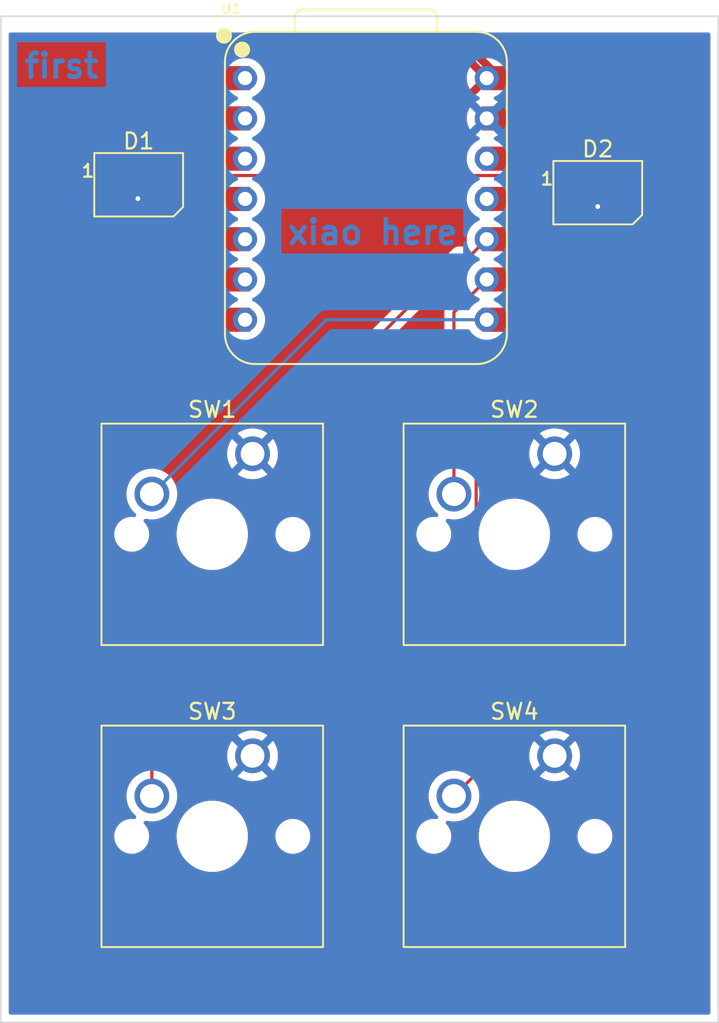
<source format=kicad_pcb>
(kicad_pcb (version 20241229) (generator "pcbnew") (generator_version "9.0")
  (layers (0 "F.Cu" signal) (2 "B.Cu" signal) (13 "F.Paste" user) (15 "B.Paste" user) (5 "F.SilkS" user "F.Silkscreen") (7 "B.SilkS" user "B.Silkscreen") (1 "F.Mask" user) (3 "B.Mask" user) (25 "Edge.Cuts" user))
  (net 0 "")
  (net 1 "+5V")
  (net 2 "Net-(D1-DIN)")
  (net 3 "GND")
  (net 4 "Net-(D1-DOUT)")
  (net 6 "Net-(U1-GPIO1{slash}RX)")
  (net 7 "Net-(U1-GPIO2{slash}SCK)")
  (net 8 "Net-(U1-GPIO4{slash}MISO)")
  (net 9 "Net-(U1-GPIO3{slash}MOSI)")
  (footprint "assets:XIAO-RP2040-DIP" (layer "F.Cu") (at 168.28 90.92)
    (property "Reference" "U1" (at -8.5 -12 0) (layer "F.SilkS") (effects (font (size 0.635 0.635) (thickness 0.1016))))
    (property "Value" "XIAO-RP2040-DIP")
    (fp_line (start -8.89 8.509) (end -8.89 -8.636) (stroke (width 0.127)) (layer "F.SilkS"))
    (fp_line (start -6.985 10.414) (end 6.985 10.414) (stroke (width 0.127)) (layer "F.SilkS"))
    (fp_line (start -4.495 -10.541) (end -4.491272 -11.451272) (stroke (width 0.127)) (layer "F.SilkS"))
    (fp_line (start -3.991272 -11.951) (end 4.004 -11.951) (stroke (width 0.127)) (layer "F.SilkS"))
    (fp_line (start 4.504 -11.451) (end 4.504 -10.541) (stroke (width 0.127)) (layer "F.SilkS"))
    (fp_line (start 6.985 -10.541) (end -6.985 -10.541) (stroke (width 0.1)) (layer "F.SilkS"))
    (fp_line (start 6.985 -10.541) (end -6.985 -10.541) (stroke (width 0.127)) (layer "F.SilkS"))
    (fp_line (start 8.89 8.509) (end 8.89 -8.636) (stroke (width 0.127)) (layer "F.SilkS"))
    (fp_arc (start -8.89 -8.636) (mid -8.332038 -9.983038) (end -6.985 -10.541) (stroke (width 0.127)) (layer "F.SilkS"))
    (fp_arc (start -6.985 10.414) (mid -8.332038 9.856038) (end -8.89 8.509) (stroke (width 0.127)) (layer "F.SilkS"))
    (fp_arc (start -4.491272 -11.451272) (mid -4.344728 -11.80464) (end -3.991272 -11.951) (stroke (width 0.127)) (layer "F.SilkS"))
    (fp_arc (start 4.004 -11.951) (mid 4.357553 -11.804553) (end 4.504 -11.451) (stroke (width 0.127)) (layer "F.SilkS"))
    (fp_arc (start 6.985 -10.541) (mid 8.332038 -9.983038) (end 8.89 -8.636) (stroke (width 0.127)) (layer "F.SilkS"))
    (fp_arc (start 8.89 8.509) (mid 8.332038 9.856038) (end 6.985 10.414) (stroke (width 0.127)) (layer "F.SilkS"))
    (fp_circle (center -8.95 -10.3) (end -8.95 -10.554) (stroke (width 0.5)) (fill yes) (layer "F.SilkS"))
    (fp_circle (center -7.807 -9.42) (end -7.807 -9.674) (stroke (width 0.5)) (fill yes) (layer "F.SilkS"))
    (pad "1" smd roundrect (at -8.455 -7.62 180) (size 2.432 1.524) (layers "F.Cu" "F.Mask") (roundrect_rratio 0.1))
    (pad "1" thru_hole circle (at -7.62 -7.62 180) (size 1.524 1.524) (drill 0.889) (layers "*.Cu" "*.Mask"))
    (pad "2" smd roundrect (at -8.455 -5.08 180) (size 2.432 1.524) (layers "F.Cu" "F.Mask") (roundrect_rratio 0.1))
    (pad "2" thru_hole circle (at -7.62 -5.08 180) (size 1.524 1.524) (drill 0.889) (layers "*.Cu" "*.Mask"))
    (pad "3" smd roundrect (at -8.455 -2.54 180) (size 2.432 1.524) (layers "F.Cu" "F.Mask") (roundrect_rratio 0.1))
    (pad "3" thru_hole circle (at -7.62 -2.54 180) (size 1.524 1.524) (drill 0.889) (layers "*.Cu" "*.Mask"))
    (pad "4" smd roundrect (at -8.455 0 180) (size 2.432 1.524) (layers "F.Cu" "F.Mask") (roundrect_rratio 0.1))
    (pad "4" thru_hole circle (at -7.62 0 180) (size 1.524 1.524) (drill 0.889) (layers "*.Cu" "*.Mask"))
    (pad "5" smd roundrect (at -8.455 2.54 180) (size 2.432 1.524) (layers "F.Cu" "F.Mask") (roundrect_rratio 0.1) (net 2 "Net-(D1-DIN)"))
    (pad "5" thru_hole circle (at -7.62 2.54 180) (size 1.524 1.524) (drill 0.889) (layers "*.Cu" "*.Mask") (net 2 "Net-(D1-DIN)"))
    (pad "6" smd roundrect (at -8.455 5.08 180) (size 2.432 1.524) (layers "F.Cu" "F.Mask") (roundrect_rratio 0.1))
    (pad "6" thru_hole circle (at -7.62 5.08 180) (size 1.524 1.524) (drill 0.889) (layers "*.Cu" "*.Mask"))
    (pad "7" smd roundrect (at -8.455 7.62 180) (size 2.432 1.524) (layers "F.Cu" "F.Mask") (roundrect_rratio 0.1))
    (pad "7" thru_hole circle (at -7.62 7.62 180) (size 1.524 1.524) (drill 0.889) (layers "*.Cu" "*.Mask"))
    (pad "8" thru_hole circle (at 7.62 7.62) (size 1.524 1.524) (drill 0.889) (layers "*.Cu" "*.Mask") (net 6 "Net-(U1-GPIO1{slash}RX)"))
    (pad "8" smd roundrect (at 8.455 7.62) (size 2.432 1.524) (layers "F.Cu" "F.Mask") (roundrect_rratio 0.1) (net 6 "Net-(U1-GPIO1{slash}RX)"))
    (pad "9" thru_hole circle (at 7.62 5.08) (size 1.524 1.524) (drill 0.889) (layers "*.Cu" "*.Mask") (net 7 "Net-(U1-GPIO2{slash}SCK)"))
    (pad "9" smd roundrect (at 8.455 5.08) (size 2.432 1.524) (layers "F.Cu" "F.Mask") (roundrect_rratio 0.1) (net 7 "Net-(U1-GPIO2{slash}SCK)"))
    (pad "10" thru_hole circle (at 7.62 2.54) (size 1.524 1.524) (drill 0.889) (layers "*.Cu" "*.Mask") (net 8 "Net-(U1-GPIO4{slash}MISO)"))
    (pad "10" smd roundrect (at 8.455 2.54) (size 2.432 1.524) (layers "F.Cu" "F.Mask") (roundrect_rratio 0.1) (net 8 "Net-(U1-GPIO4{slash}MISO)"))
    (pad "11" thru_hole circle (at 7.62 0) (size 1.524 1.524) (drill 0.889) (layers "*.Cu" "*.Mask") (net 9 "Net-(U1-GPIO3{slash}MOSI)"))
    (pad "11" smd roundrect (at 8.455 0) (size 2.432 1.524) (layers "F.Cu" "F.Mask") (roundrect_rratio 0.1) (net 9 "Net-(U1-GPIO3{slash}MOSI)"))
    (pad "12" thru_hole circle (at 7.62 -2.54) (size 1.524 1.524) (drill 0.889) (layers "*.Cu" "*.Mask"))
    (pad "12" smd roundrect (at 8.455 -2.54) (size 2.432 1.524) (layers "F.Cu" "F.Mask") (roundrect_rratio 0.1))
    (pad "13" thru_hole circle (at 7.62 -5.08) (size 1.524 1.524) (drill 0.889) (layers "*.Cu" "*.Mask") (net 3 "GND"))
    (pad "13" smd roundrect (at 8.455 -5.08) (size 2.432 1.524) (layers "F.Cu" "F.Mask") (roundrect_rratio 0.1) (net 3 "GND"))
    (pad "14" thru_hole circle (at 7.62 -7.62) (size 1.524 1.524) (drill 0.889) (layers "*.Cu" "*.Mask") (net 1 "+5V"))
    (pad "14" smd roundrect (at 8.455 -7.62) (size 2.432 1.524) (layers "F.Cu" "F.Mask") (roundrect_rratio 0.1) (net 1 "+5V"))
  )
  (footprint "Button_Switch_Keyboard:SW_Cherry_MX_1.00u_PCB" (layer "F.Cu") (at 161.13125 106.9975)
    (property "Reference" "SW1" (at -2.54 -2.794 0) (layer "F.SilkS"))
    (property "Value" "SW_Push")
    (fp_line (start -9.525 -1.905) (end 4.445 -1.905) (stroke (width 0.12)) (layer "F.SilkS"))
    (fp_line (start -9.525 12.065) (end -9.525 -1.905) (stroke (width 0.12)) (layer "F.SilkS"))
    (fp_line (start 4.445 -1.905) (end 4.445 12.065) (stroke (width 0.12)) (layer "F.SilkS"))
    (fp_line (start 4.445 12.065) (end -9.525 12.065) (stroke (width 0.12)) (layer "F.SilkS"))
    (pad "" np_thru_hole circle (at -7.62 5.08) (size 1.7 1.7) (drill 1.7) (layers "*.Cu" "*.Mask"))
    (pad "" np_thru_hole circle (at -2.54 5.08) (size 4 4) (drill 4) (layers "*.Cu" "*.Mask"))
    (pad "" np_thru_hole circle (at 2.54 5.08) (size 1.7 1.7) (drill 1.7) (layers "*.Cu" "*.Mask"))
    (pad "1" thru_hole circle (at 0 0) (size 2.2 2.2) (drill 1.5) (layers "*.Cu" "*.Mask") (net 3 "GND"))
    (pad "2" thru_hole circle (at -6.35 2.54) (size 2.2 2.2) (drill 1.5) (layers "*.Cu" "*.Mask") (net 6 "Net-(U1-GPIO1{slash}RX)"))
  )
  (footprint "LED_SMD:LED_SK6812MINI_PLCC4_3.5x3.5mm_P1.75mm" (layer "F.Cu") (at 153.95 90.025)
    (property "Reference" "D1" (at 0 -2.75 0) (layer "F.SilkS"))
    (property "Value" "SK6812MINI")
    (fp_line (start -2.8 -2) (end -2.8 2) (stroke (width 0.12)) (layer "F.SilkS"))
    (fp_line (start -2.8 -2) (end 2.8 -2) (stroke (width 0.12)) (layer "F.SilkS"))
    (fp_line (start -2.8 2) (end 2.2 2) (stroke (width 0.12)) (layer "F.SilkS"))
    (fp_line (start 2.8 1.4) (end 2.2 2) (stroke (width 0.12)) (layer "F.SilkS"))
    (fp_line (start 2.8 1.4) (end 2.8 -2) (stroke (width 0.12)) (layer "F.SilkS"))
    (fp_text user "1" (at -3.2 -0.875 0) (layer "F.SilkS") (effects (font (size 0.8 0.8))))
    (pad "1" smd rect (at -1.75 -0.875) (size 1.6 0.85) (layers "F.Cu" "F.Mask" "F.Paste") (net 4 "Net-(D1-DOUT)"))
    (pad "2" smd rect (at -1.75 0.875) (size 1.6 0.85) (layers "F.Cu" "F.Mask" "F.Paste") (net 3 "GND"))
    (pad "3" smd rect (at 1.75 0.875) (size 1.6 0.85) (layers "F.Cu" "F.Mask" "F.Paste") (net 2 "Net-(D1-DIN)"))
    (pad "4" smd rect (at 1.75 -0.875) (size 1.6 0.85) (layers "F.Cu" "F.Mask" "F.Paste") (net 1 "+5V"))
  )
  (footprint "Button_Switch_Keyboard:SW_Cherry_MX_1.00u_PCB" (layer "F.Cu") (at 161.13125 126.0475)
    (property "Reference" "SW3" (at -2.54 -2.794 0) (layer "F.SilkS"))
    (property "Value" "SW_Push")
    (fp_line (start -9.525 -1.905) (end 4.445 -1.905) (stroke (width 0.12)) (layer "F.SilkS"))
    (fp_line (start -9.525 12.065) (end -9.525 -1.905) (stroke (width 0.12)) (layer "F.SilkS"))
    (fp_line (start 4.445 -1.905) (end 4.445 12.065) (stroke (width 0.12)) (layer "F.SilkS"))
    (fp_line (start 4.445 12.065) (end -9.525 12.065) (stroke (width 0.12)) (layer "F.SilkS"))
    (pad "" np_thru_hole circle (at -7.62 5.08) (size 1.7 1.7) (drill 1.7) (layers "*.Cu" "*.Mask"))
    (pad "" np_thru_hole circle (at -2.54 5.08) (size 4 4) (drill 4) (layers "*.Cu" "*.Mask"))
    (pad "" np_thru_hole circle (at 2.54 5.08) (size 1.7 1.7) (drill 1.7) (layers "*.Cu" "*.Mask"))
    (pad "1" thru_hole circle (at 0 0) (size 2.2 2.2) (drill 1.5) (layers "*.Cu" "*.Mask") (net 3 "GND"))
    (pad "2" thru_hole circle (at -6.35 2.54) (size 2.2 2.2) (drill 1.5) (layers "*.Cu" "*.Mask") (net 8 "Net-(U1-GPIO4{slash}MISO)"))
  )
  (footprint "LED_SMD:LED_SK6812MINI_PLCC4_3.5x3.5mm_P1.75mm" (layer "F.Cu") (at 182.9 90.525)
    (property "Reference" "D2" (at 0 -2.75 0) (layer "F.SilkS"))
    (property "Value" "SK6812MINI")
    (fp_line (start -2.8 -2) (end -2.8 2) (stroke (width 0.12)) (layer "F.SilkS"))
    (fp_line (start -2.8 -2) (end 2.8 -2) (stroke (width 0.12)) (layer "F.SilkS"))
    (fp_line (start -2.8 2) (end 2.2 2) (stroke (width 0.12)) (layer "F.SilkS"))
    (fp_line (start 2.8 1.4) (end 2.2 2) (stroke (width 0.12)) (layer "F.SilkS"))
    (fp_line (start 2.8 1.4) (end 2.8 -2) (stroke (width 0.12)) (layer "F.SilkS"))
    (fp_text user "1" (at -3.2 -0.875 0) (layer "F.SilkS") (effects (font (size 0.8 0.8))))
    (pad "1" smd rect (at -1.75 -0.875) (size 1.6 0.85) (layers "F.Cu" "F.Mask" "F.Paste"))
    (pad "2" smd rect (at -1.75 0.875) (size 1.6 0.85) (layers "F.Cu" "F.Mask" "F.Paste") (net 3 "GND"))
    (pad "3" smd rect (at 1.75 0.875) (size 1.6 0.85) (layers "F.Cu" "F.Mask" "F.Paste") (net 4 "Net-(D1-DOUT)"))
    (pad "4" smd rect (at 1.75 -0.875) (size 1.6 0.85) (layers "F.Cu" "F.Mask" "F.Paste") (net 1 "+5V"))
  )
  (footprint "Button_Switch_Keyboard:SW_Cherry_MX_1.00u_PCB" (layer "F.Cu") (at 180.18125 126.0475)
    (property "Reference" "SW4" (at -2.54 -2.794 0) (layer "F.SilkS"))
    (property "Value" "SW_Push")
    (fp_line (start -9.525 -1.905) (end 4.445 -1.905) (stroke (width 0.12)) (layer "F.SilkS"))
    (fp_line (start -9.525 12.065) (end -9.525 -1.905) (stroke (width 0.12)) (layer "F.SilkS"))
    (fp_line (start 4.445 -1.905) (end 4.445 12.065) (stroke (width 0.12)) (layer "F.SilkS"))
    (fp_line (start 4.445 12.065) (end -9.525 12.065) (stroke (width 0.12)) (layer "F.SilkS"))
    (pad "" np_thru_hole circle (at -7.62 5.08) (size 1.7 1.7) (drill 1.7) (layers "*.Cu" "*.Mask"))
    (pad "" np_thru_hole circle (at -2.54 5.08) (size 4 4) (drill 4) (layers "*.Cu" "*.Mask"))
    (pad "" np_thru_hole circle (at 2.54 5.08) (size 1.7 1.7) (drill 1.7) (layers "*.Cu" "*.Mask"))
    (pad "1" thru_hole circle (at 0 0) (size 2.2 2.2) (drill 1.5) (layers "*.Cu" "*.Mask") (net 3 "GND"))
    (pad "2" thru_hole circle (at -6.35 2.54) (size 2.2 2.2) (drill 1.5) (layers "*.Cu" "*.Mask") (net 9 "Net-(U1-GPIO3{slash}MOSI)"))
  )
  (footprint "Button_Switch_Keyboard:SW_Cherry_MX_1.00u_PCB" (layer "F.Cu") (at 180.18125 106.9975)
    (property "Reference" "SW2" (at -2.54 -2.794 0) (layer "F.SilkS"))
    (property "Value" "SW_Push")
    (fp_line (start -9.525 -1.905) (end 4.445 -1.905) (stroke (width 0.12)) (layer "F.SilkS"))
    (fp_line (start -9.525 12.065) (end -9.525 -1.905) (stroke (width 0.12)) (layer "F.SilkS"))
    (fp_line (start 4.445 -1.905) (end 4.445 12.065) (stroke (width 0.12)) (layer "F.SilkS"))
    (fp_line (start 4.445 12.065) (end -9.525 12.065) (stroke (width 0.12)) (layer "F.SilkS"))
    (pad "" np_thru_hole circle (at -7.62 5.08) (size 1.7 1.7) (drill 1.7) (layers "*.Cu" "*.Mask"))
    (pad "" np_thru_hole circle (at -2.54 5.08) (size 4 4) (drill 4) (layers "*.Cu" "*.Mask"))
    (pad "" np_thru_hole circle (at 2.54 5.08) (size 1.7 1.7) (drill 1.7) (layers "*.Cu" "*.Mask"))
    (pad "1" thru_hole circle (at 0 0) (size 2.2 2.2) (drill 1.5) (layers "*.Cu" "*.Mask") (net 3 "GND"))
    (pad "2" thru_hole circle (at -6.35 2.54) (size 2.2 2.2) (drill 1.5) (layers "*.Cu" "*.Mask") (net 7 "Net-(U1-GPIO2{slash}SCK)"))
  )
  (gr_rect (start 145.25625 79.4) (end 190.5 142.875) (stroke (width 0.1)) (fill no) (layer "Edge.Cuts"))
  (gr_text "xiao here" (at 163.2 93.9 0) (layer "B.Cu") (effects (font (size 1.5 1.5) (thickness 0.3) (bold yes)) (justify left bottom)))
  (gr_text "first" (at 146.6 83.4 0) (layer "B.Cu") (effects (font (size 1.5 1.5) (thickness 0.3) (bold yes)) (justify left bottom)))
  (segment (start 155.7 90.9) (end 157.265 90.9) (width 0.2) (layer "F.Cu") (net 2))
  (segment (start 157.265 90.9) (end 159.825 93.46) (width 0.2) (layer "F.Cu") (net 2))
  (segment (start 181.15 91.4) (end 182.9 91.4) (width 0.2) (layer "F.Cu") (net 3))
  (segment (start 152.2 90.9) (end 153.9 90.9) (width 0.2) (layer "F.Cu") (net 3))
  (via (at 182.9 91.4) (size 0.6) (drill 0.3) (layers "F.Cu" "B.Cu") (net 3))
  (via (at 153.9 90.9) (size 0.6) (drill 0.3) (layers "F.Cu" "B.Cu") (net 3))
  (segment (start 157.234 89.443) (end 179.116 89.443) (width 0.2) (layer "F.Cu") (net 4))
  (segment (start 183.626 90.376) (end 184.65 91.4) (width 0.2) (layer "F.Cu") (net 4))
  (segment (start 179.116 89.443) (end 180.049 90.376) (width 0.2) (layer "F.Cu") (net 4))
  (segment (start 180.049 90.376) (end 183.626 90.376) (width 0.2) (layer "F.Cu") (net 4))
  (segment (start 156.801 89.876) (end 157.234 89.443) (width 0.2) (layer "F.Cu") (net 4))
  (segment (start 152.2 89.15) (end 152.926 89.876) (width 0.2) (layer "F.Cu") (net 4))
  (segment (start 152.926 89.876) (end 156.801 89.876) (width 0.2) (layer "F.Cu") (net 4))
  (segment (start 154.81875 109.5) (end 155.1 109.5) (width 0.2) (layer "F.Cu") (net 6))
  (segment (start 154.78125 109.5375) (end 154.81875 109.5) (width 0.2) (layer "F.Cu") (net 6))
  (segment (start 154.78125 109.5375) (end 165.77875 98.54) (width 0.2) (layer "B.Cu") (net 6))
  (segment (start 165.77875 98.54) (end 175.9 98.54) (width 0.2) (layer "B.Cu") (net 6))
  (segment (start 173.83125 109.5375) (end 173.83125 98.06875) (width 0.2) (layer "F.Cu") (net 7))
  (segment (start 173.83125 98.06875) (end 175.9 96) (width 0.2) (layer "F.Cu") (net 7))
  (segment (start 154.78125 124.81875) (end 168 111.6) (width 0.2) (layer "F.Cu") (net 8))
  (segment (start 168 111.6) (end 168 100.7) (width 0.2) (layer "F.Cu") (net 8))
  (segment (start 168 100.7) (end 174.177 94.523) (width 0.2) (layer "F.Cu") (net 8))
  (segment (start 154.78125 128.5875) (end 154.78125 124.81875) (width 0.2) (layer "F.Cu") (net 8))
  (segment (start 174.177 94.523) (end 174.837 94.523) (width 0.2) (layer "F.Cu") (net 8))
  (segment (start 174.837 94.523) (end 175.9 93.46) (width 0.2) (layer "F.Cu") (net 8))
  (segment (start 175.23225 102.361376) (end 178.252 99.341626) (width 0.2) (layer "F.Cu") (net 9))
  (segment (start 178.252 99.341626) (end 178.252 92.19437) (width 0.2) (layer "F.Cu") (net 9))
  (segment (start 173.83125 128.5875) (end 175.23225 127.1865) (width 0.2) (layer "F.Cu") (net 9))
  (segment (start 178.252 92.19437) (end 176.97763 90.92) (width 0.2) (layer "F.Cu") (net 9))
  (segment (start 176.97763 90.92) (end 175.9 90.92) (width 0.2) (layer "F.Cu") (net 9))
  (segment (start 175.23225 127.1865) (end 175.23225 102.361376) (width 0.2) (layer "F.Cu") (net 9))
  (zone (net 1) (net_name "+5V") (layer "F.Cu") (priority 1) (connect_pads (clearance 0.5)) (min_thickness 0.25) (fill yes (thermal_gap 0.5) (thermal_bridge_width 0.5))
    (polygon (pts (xy 190.5 80.42275) (xy 190.5 142.875) (xy 145.25625 142.875) (xy 145.25625 80.42275)))
  )
  (zone (net 3) (net_name "GND") (layer "B.Cu") (connect_pads (clearance 0.5)) (min_thickness 0.25) (fill yes (thermal_gap 0.5) (thermal_bridge_width 0.5))
    (polygon (pts (xy 190.5 80.42275) (xy 190.5 142.875) (xy 145.25625 142.875) (xy 145.25625 80.42275)))
  )
)
</source>
